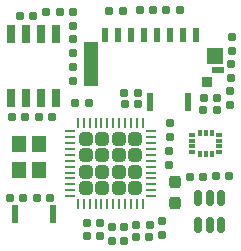
<source format=gbr>
%TF.GenerationSoftware,KiCad,Pcbnew,8.0.5*%
%TF.CreationDate,2024-10-20T03:46:06+02:00*%
%TF.ProjectId,cansatperso,63616e73-6174-4706-9572-736f2e6b6963,rev?*%
%TF.SameCoordinates,Original*%
%TF.FileFunction,Paste,Top*%
%TF.FilePolarity,Positive*%
%FSLAX46Y46*%
G04 Gerber Fmt 4.6, Leading zero omitted, Abs format (unit mm)*
G04 Created by KiCad (PCBNEW 8.0.5) date 2024-10-20 03:46:06*
%MOMM*%
%LPD*%
G01*
G04 APERTURE LIST*
G04 Aperture macros list*
%AMRoundRect*
0 Rectangle with rounded corners*
0 $1 Rounding radius*
0 $2 $3 $4 $5 $6 $7 $8 $9 X,Y pos of 4 corners*
0 Add a 4 corners polygon primitive as box body*
4,1,4,$2,$3,$4,$5,$6,$7,$8,$9,$2,$3,0*
0 Add four circle primitives for the rounded corners*
1,1,$1+$1,$2,$3*
1,1,$1+$1,$4,$5*
1,1,$1+$1,$6,$7*
1,1,$1+$1,$8,$9*
0 Add four rect primitives between the rounded corners*
20,1,$1+$1,$2,$3,$4,$5,0*
20,1,$1+$1,$4,$5,$6,$7,0*
20,1,$1+$1,$6,$7,$8,$9,0*
20,1,$1+$1,$8,$9,$2,$3,0*%
G04 Aperture macros list end*
%ADD10RoundRect,0.160000X-0.197500X-0.160000X0.197500X-0.160000X0.197500X0.160000X-0.197500X0.160000X0*%
%ADD11R,0.550000X1.500000*%
%ADD12RoundRect,0.155000X0.155000X-0.212500X0.155000X0.212500X-0.155000X0.212500X-0.155000X-0.212500X0*%
%ADD13RoundRect,0.155000X-0.155000X0.212500X-0.155000X-0.212500X0.155000X-0.212500X0.155000X0.212500X0*%
%ADD14R,1.200000X1.400000*%
%ADD15RoundRect,0.155000X-0.212500X-0.155000X0.212500X-0.155000X0.212500X0.155000X-0.212500X0.155000X0*%
%ADD16RoundRect,0.155000X0.212500X0.155000X-0.212500X0.155000X-0.212500X-0.155000X0.212500X-0.155000X0*%
%ADD17RoundRect,0.160000X0.197500X0.160000X-0.197500X0.160000X-0.197500X-0.160000X0.197500X-0.160000X0*%
%ADD18RoundRect,0.237500X0.237500X-0.287500X0.237500X0.287500X-0.237500X0.287500X-0.237500X-0.287500X0*%
%ADD19R,0.650000X1.525000*%
%ADD20RoundRect,0.160000X-0.160000X0.197500X-0.160000X-0.197500X0.160000X-0.197500X0.160000X0.197500X0*%
%ADD21RoundRect,0.160000X0.160000X-0.197500X0.160000X0.197500X-0.160000X0.197500X-0.160000X-0.197500X0*%
%ADD22R,0.600000X1.250000*%
%ADD23R,1.200000X3.790000*%
%ADD24R,1.450000X1.400000*%
%ADD25R,1.000000X0.600000*%
%ADD26R,0.950000X0.850000*%
%ADD27RoundRect,0.150000X0.150000X-0.512500X0.150000X0.512500X-0.150000X0.512500X-0.150000X-0.512500X0*%
%ADD28RoundRect,0.250000X-0.315000X-0.315000X0.315000X-0.315000X0.315000X0.315000X-0.315000X0.315000X0*%
%ADD29RoundRect,0.062500X-0.375000X-0.062500X0.375000X-0.062500X0.375000X0.062500X-0.375000X0.062500X0*%
%ADD30RoundRect,0.062500X-0.062500X-0.375000X0.062500X-0.375000X0.062500X0.375000X-0.062500X0.375000X0*%
%ADD31R,0.575000X0.350000*%
%ADD32R,0.350000X0.575000*%
G04 APERTURE END LIST*
D10*
%TO.C,R8*%
X183732500Y-74100000D03*
X184927500Y-74100000D03*
%TD*%
D11*
%TO.C,SW1*%
X175770000Y-91295000D03*
X179020000Y-91295000D03*
%TD*%
D12*
%TO.C,C32*%
X180720000Y-80007500D03*
X180720000Y-78872500D03*
%TD*%
D13*
%TO.C,C7*%
X185020000Y-92422500D03*
X185020000Y-93557500D03*
%TD*%
D14*
%TO.C,Y1*%
X176110000Y-85390000D03*
X176110000Y-87590000D03*
X177810000Y-87590000D03*
X177810000Y-85390000D03*
%TD*%
D15*
%TO.C,C2*%
X177652500Y-89920000D03*
X178787500Y-89920000D03*
%TD*%
%TO.C,C6*%
X180900000Y-81870000D03*
X182035000Y-81870000D03*
%TD*%
D16*
%TO.C,C12*%
X176507500Y-89920000D03*
X175372500Y-89920000D03*
%TD*%
%TO.C,C10*%
X182997500Y-93140000D03*
X181862500Y-93140000D03*
%TD*%
D17*
%TO.C,R2*%
X186237500Y-81030000D03*
X185042500Y-81030000D03*
%TD*%
D15*
%TO.C,C1*%
X190569500Y-88132000D03*
X191704500Y-88132000D03*
%TD*%
D16*
%TO.C,C16*%
X187467500Y-74010000D03*
X186332500Y-74010000D03*
%TD*%
D18*
%TO.C,D3*%
X189300000Y-90355000D03*
X189300000Y-88605000D03*
%TD*%
D13*
%TO.C,C8*%
X184040000Y-92412500D03*
X184040000Y-93547500D03*
%TD*%
D19*
%TO.C,IC4*%
X175470000Y-81450000D03*
X176740000Y-81450000D03*
X178010000Y-81450000D03*
X179280000Y-81450000D03*
X179280000Y-76026000D03*
X178010000Y-76026000D03*
X176740000Y-76026000D03*
X175470000Y-76026000D03*
%TD*%
D20*
%TO.C,R5*%
X194100000Y-78592500D03*
X194100000Y-79787500D03*
%TD*%
D21*
%TO.C,R24*%
X180690000Y-77697500D03*
X180690000Y-76502500D03*
%TD*%
D17*
%TO.C,R9*%
X192914500Y-82522000D03*
X191719500Y-82522000D03*
%TD*%
D12*
%TO.C,C15*%
X194150000Y-77457500D03*
X194150000Y-76322500D03*
%TD*%
D20*
%TO.C,R25*%
X180670000Y-74212500D03*
X180670000Y-75407500D03*
%TD*%
D16*
%TO.C,C31*%
X177327500Y-74500000D03*
X176192500Y-74500000D03*
%TD*%
D10*
%TO.C,R26*%
X178412500Y-74210000D03*
X179607500Y-74210000D03*
%TD*%
D16*
%TO.C,C11*%
X187157500Y-93260000D03*
X186022500Y-93260000D03*
%TD*%
D22*
%TO.C,J2*%
X191110000Y-76155000D03*
X190010000Y-76155000D03*
X188910000Y-76155000D03*
X187810000Y-76155000D03*
X186710000Y-76155000D03*
X185610000Y-76155000D03*
X184510000Y-76155000D03*
X183410000Y-76155000D03*
D23*
X182260000Y-78635000D03*
D24*
X192735000Y-77880000D03*
D25*
X192960000Y-79130000D03*
D26*
X192035000Y-80105000D03*
%TD*%
D27*
%TO.C,U2*%
X191320000Y-92230000D03*
X192270000Y-92230000D03*
X193220000Y-92230000D03*
X193220000Y-89955000D03*
X192270000Y-89955000D03*
X191320000Y-89955000D03*
%TD*%
D11*
%TO.C,SW2*%
X187200000Y-81795000D03*
X190450000Y-81795000D03*
%TD*%
D20*
%TO.C,R6*%
X193960000Y-80852500D03*
X193960000Y-82047500D03*
%TD*%
D13*
%TO.C,C4*%
X188800000Y-86002500D03*
X188800000Y-87137500D03*
%TD*%
D16*
%TO.C,C17*%
X193907500Y-88120000D03*
X192772500Y-88120000D03*
%TD*%
%TO.C,C9*%
X183007500Y-92090000D03*
X181872500Y-92090000D03*
%TD*%
D28*
%TO.C,U1*%
X181760000Y-84937500D03*
X181760000Y-86337500D03*
X181760000Y-87737500D03*
X181760000Y-89137500D03*
X183160000Y-84937500D03*
X183160000Y-86337500D03*
X183160000Y-87737500D03*
X183160000Y-89137500D03*
X184560000Y-84937500D03*
X184560000Y-86337500D03*
X184560000Y-87737500D03*
X184560000Y-89137500D03*
X185960000Y-84937500D03*
X185960000Y-86337500D03*
X185960000Y-87737500D03*
X185960000Y-89137500D03*
D29*
X180422500Y-84287500D03*
X180422500Y-84787500D03*
X180422500Y-85287500D03*
X180422500Y-85787500D03*
X180422500Y-86287500D03*
X180422500Y-86787500D03*
X180422500Y-87287500D03*
X180422500Y-87787500D03*
X180422500Y-88287500D03*
X180422500Y-88787500D03*
X180422500Y-89287500D03*
X180422500Y-89787500D03*
D30*
X181110000Y-90475000D03*
X181610000Y-90475000D03*
X182110000Y-90475000D03*
X182610000Y-90475000D03*
X183110000Y-90475000D03*
X183610000Y-90475000D03*
X184110000Y-90475000D03*
X184610000Y-90475000D03*
X185110000Y-90475000D03*
X185610000Y-90475000D03*
X186110000Y-90475000D03*
X186610000Y-90475000D03*
D29*
X187297500Y-89787500D03*
X187297500Y-89287500D03*
X187297500Y-88787500D03*
X187297500Y-88287500D03*
X187297500Y-87787500D03*
X187297500Y-87287500D03*
X187297500Y-86787500D03*
X187297500Y-86287500D03*
X187297500Y-85787500D03*
X187297500Y-85287500D03*
X187297500Y-84787500D03*
X187297500Y-84287500D03*
D30*
X186610000Y-83600000D03*
X186110000Y-83600000D03*
X185610000Y-83600000D03*
X185110000Y-83600000D03*
X184610000Y-83600000D03*
X184110000Y-83600000D03*
X183610000Y-83600000D03*
X183110000Y-83600000D03*
X182610000Y-83600000D03*
X182110000Y-83600000D03*
X181610000Y-83600000D03*
X181110000Y-83600000D03*
%TD*%
D16*
%TO.C,C30*%
X176647500Y-83080000D03*
X175512500Y-83080000D03*
%TD*%
%TO.C,C13*%
X178917500Y-83080000D03*
X177782500Y-83080000D03*
%TD*%
D21*
%TO.C,R20*%
X188270000Y-93055000D03*
X188270000Y-91860000D03*
%TD*%
D15*
%TO.C,C5*%
X186052500Y-92250000D03*
X187187500Y-92250000D03*
%TD*%
D16*
%TO.C,C14*%
X192897500Y-81470000D03*
X191762500Y-81470000D03*
%TD*%
D20*
%TO.C,R10*%
X188897000Y-83564500D03*
X188897000Y-84759500D03*
%TD*%
D15*
%TO.C,C3*%
X185072500Y-82000000D03*
X186207500Y-82000000D03*
%TD*%
D31*
%TO.C,IC1*%
X190774000Y-84580000D03*
X190774000Y-85080000D03*
X190774000Y-85580000D03*
X190774000Y-86080000D03*
D32*
X191437000Y-86242000D03*
X191937000Y-86242000D03*
X192437000Y-86242000D03*
D31*
X193100000Y-86080000D03*
X193100000Y-85580000D03*
X193100000Y-85080000D03*
X193100000Y-84580000D03*
D32*
X192437000Y-84418000D03*
X191937000Y-84418000D03*
X191437000Y-84418000D03*
%TD*%
D10*
%TO.C,R7*%
X188582500Y-74030000D03*
X189777500Y-74030000D03*
%TD*%
M02*

</source>
